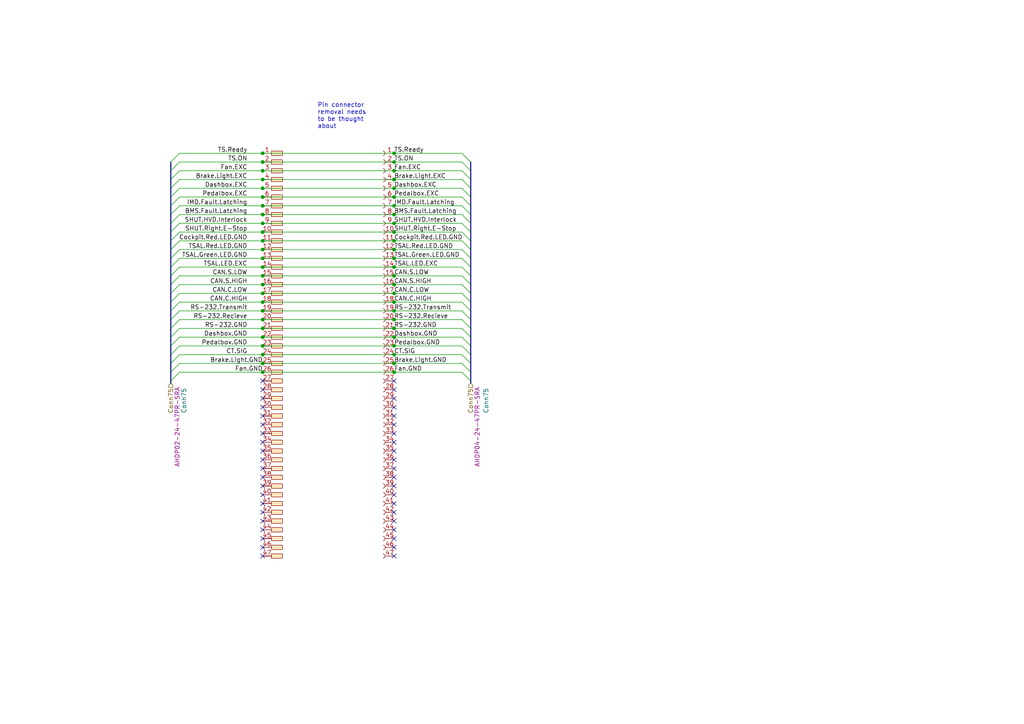
<source format=kicad_sch>
(kicad_sch (version 20230121) (generator eeschema)
  (paper "A4")
  (title_block (title "Firewall") (date "2024-02-11") (rev "1.0.0") (company "SUFST") (comment 1 "Stag X") (comment 2 "Marek Frodyma"))
  (lib_symbols
    (symbol "Connectors_SUFST:AMPHENOL-47P-Pannel"
      (property "Reference" "Conn" (at 0 -1.905 0))
      (property "P/N" "AHDP02-24-47PR-SRA" (at 0 0 0))
      (symbol "AMPHENOL-47P-Pannel_0_1"
        (polyline (pts (xy -0.635 -121.285) (xy 1.905 -121.285)))
        (polyline (pts (xy -0.635 -116.205) (xy 1.905 -116.205)))
        (polyline (pts (xy -0.635 -111.125) (xy 1.905 -111.125)))
        (polyline (pts (xy -0.635 -106.045) (xy 1.905 -106.045)))
        (polyline (pts (xy -0.635 -100.965) (xy 1.905 -100.965)))
        (polyline (pts (xy -0.635 -95.885) (xy 1.905 -95.885)))
        (polyline (pts (xy -0.635 -90.805) (xy 1.905 -90.805)))
        (polyline (pts (xy -0.635 -85.725) (xy 1.905 -85.725)))
        (polyline (pts (xy -0.635 -80.645) (xy 1.905 -80.645)))
        (polyline (pts (xy -0.635 -75.565) (xy 1.905 -75.565)))
        (polyline (pts (xy -0.635 -70.485) (xy 1.905 -70.485)))
        (polyline (pts (xy -0.635 -65.405) (xy 1.905 -65.405)))
        (polyline (pts (xy -0.635 -60.325) (xy 1.905 -60.325)))
        (polyline (pts (xy -0.635 -55.245) (xy 1.905 -55.245)))
        (polyline (pts (xy -0.635 -50.165) (xy 1.905 -50.165)))
        (polyline (pts (xy -0.635 -45.085) (xy 1.905 -45.085)))
        (polyline (pts (xy -0.635 -40.005) (xy 1.905 -40.005)))
        (polyline (pts (xy -0.635 -34.925) (xy 1.905 -34.925)))
        (polyline (pts (xy -0.635 -29.845) (xy 1.905 -29.845)))
        (polyline (pts (xy -0.635 -24.765) (xy 1.905 -24.765)))
        (polyline (pts (xy -0.635 -19.685) (xy 1.905 -19.685)))
        (polyline (pts (xy -0.635 -14.605) (xy 1.905 -14.605)))
        (polyline (pts (xy -0.635 -9.525) (xy 1.905 -9.525)))
        (polyline (pts (xy -0.635 -4.445) (xy 1.905 -4.445)))
      )
      (symbol "AMPHENOL-47P-Pannel_1_1"
        (rectangle (start -3.81 -120.65) (end -0.635 -121.92) (fill (type color) (color 255 229 191 1)))
        (rectangle (start -3.81 -118.11) (end -0.635 -119.38) (fill (type color) (color 255 229 191 1)))
        (rectangle (start -3.81 -115.57) (end -0.635 -116.84) (fill (type color) (color 255 229 191 1)))
        (rectangle (start -3.81 -113.03) (end -0.635 -114.3) (fill (type color) (color 255 229 191 1)))
        (rectangle (start -3.81 -110.49) (end -0.635 -111.76) (fill (type color) (color 255 229 191 1)))
        (rectangle (start -3.81 -107.95) (end -0.635 -109.22) (fill (type color) (color 255 229 191 1)))
        (rectangle (start -3.81 -105.41) (end -0.635 -106.68) (fill (type color) (color 255 229 191 1)))
        (rectangle (start -3.81 -102.87) (end -0.635 -104.14) (fill (type color) (color 255 229 191 1)))
        (rectangle (start -3.81 -100.33) (end -0.635 -101.6) (fill (type color) (color 255 229 191 1)))
        (rectangle (start -3.81 -97.79) (end -0.635 -99.06) (fill (type color) (color 255 229 191 1)))
        (rectangle (start -3.81 -95.25) (end -0.635 -96.52) (fill (type color) (color 255 229 191 1)))
        (rectangle (start -3.81 -92.71) (end -0.635 -93.98) (fill (type color) (color 255 229 191 1)))
        (rectangle (start -3.81 -90.17) (end -0.635 -91.44) (fill (type color) (color 255 229 191 1)))
        (rectangle (start -3.81 -87.63) (end -0.635 -88.9) (fill (type color) (color 255 229 191 1)))
        (rectangle (start -3.81 -85.09) (end -0.635 -86.36) (fill (type color) (color 255 229 191 1)))
        (rectangle (start -3.81 -82.55) (end -0.635 -83.82) (fill (type color) (color 255 229 191 1)))
        (rectangle (start -3.81 -80.01) (end -0.635 -81.28) (fill (type color) (color 255 229 191 1)))
        (rectangle (start -3.81 -77.47) (end -0.635 -78.74) (fill (type color) (color 255 229 191 1)))
        (rectangle (start -3.81 -74.93) (end -0.635 -76.2) (fill (type color) (color 255 229 191 1)))
        (rectangle (start -3.81 -72.39) (end -0.635 -73.66) (fill (type color) (color 255 229 191 1)))
        (rectangle (start -3.81 -69.85) (end -0.635 -71.12) (fill (type color) (color 255 229 191 1)))
        (rectangle (start -3.81 -67.31) (end -0.635 -68.58) (fill (type color) (color 255 229 191 1)))
        (rectangle (start -3.81 -64.77) (end -0.635 -66.04) (fill (type color) (color 255 229 191 1)))
        (rectangle (start -3.81 -62.23) (end -0.635 -63.5) (fill (type color) (color 255 229 191 1)))
        (rectangle (start -3.81 -59.69) (end -0.635 -60.96) (fill (type color) (color 255 229 191 1)))
        (rectangle (start -3.81 -57.15) (end -0.635 -58.42) (fill (type color) (color 255 229 191 1)))
        (rectangle (start -3.81 -54.61) (end -0.635 -55.88) (fill (type color) (color 255 229 191 1)))
        (rectangle (start -3.81 -52.07) (end -0.635 -53.34) (fill (type color) (color 255 229 191 1)))
        (rectangle (start -3.81 -49.53) (end -0.635 -50.8) (fill (type color) (color 255 229 191 1)))
        (rectangle (start -3.81 -46.99) (end -0.635 -48.26) (fill (type color) (color 255 229 191 1)))
        (rectangle (start -3.81 -44.45) (end -0.635 -45.72) (fill (type color) (color 255 229 191 1)))
        (rectangle (start -3.81 -41.91) (end -0.635 -43.18) (fill (type color) (color 255 229 191 1)))
        (rectangle (start -3.81 -39.37) (end -0.635 -40.64) (fill (type color) (color 255 229 191 1)))
        (rectangle (start -3.81 -36.83) (end -0.635 -38.1) (fill (type color) (color 255 229 191 1)))
        (rectangle (start -3.81 -34.29) (end -0.635 -35.56) (fill (type color) (color 255 229 191 1)))
        (rectangle (start -3.81 -31.75) (end -0.635 -33.02) (fill (type color) (color 255 229 191 1)))
        (rectangle (start -3.81 -29.21) (end -0.635 -30.48) (fill (type color) (color 255 229 191 1)))
        (rectangle (start -3.81 -26.67) (end -0.635 -27.94) (fill (type color) (color 255 229 191 1)))
        (rectangle (start -3.81 -24.13) (end -0.635 -25.4) (fill (type color) (color 255 229 191 1)))
        (rectangle (start -3.81 -21.59) (end -0.635 -22.86) (fill (type color) (color 255 229 191 1)))
        (rectangle (start -3.81 -19.05) (end -0.635 -20.32) (fill (type color) (color 255 229 191 1)))
        (rectangle (start -3.81 -16.51) (end -0.635 -17.78) (fill (type color) (color 255 229 191 1)))
        (rectangle (start -3.81 -13.97) (end -0.635 -15.24) (fill (type color) (color 255 229 191 1)))
        (rectangle (start -3.81 -11.43) (end -0.635 -12.7) (fill (type color) (color 255 229 191 1)))
        (rectangle (start -3.81 -8.89) (end -0.635 -10.16) (fill (type color) (color 255 229 191 1)))
        (rectangle (start -3.81 -6.35) (end -0.635 -7.62) (fill (type color) (color 255 229 191 1)))
        (rectangle (start -3.81 -3.81) (end -0.635 -5.08) (fill (type color) (color 255 229 191 1)))
        (pin input line (at 1.905 -4.445 180) (length 2.54) (name "") (number "1"))
        (pin input line (at 1.905 -27.305 180) (length 2.54) (name "") (number "10"))
        (pin input line (at 1.905 -29.845 180) (length 2.54) (name "") (number "11"))
        (pin input line (at 1.905 -32.385 180) (length 2.54) (name "") (number "12"))
        (pin input line (at 1.905 -34.925 180) (length 2.54) (name "") (number "13"))
        (pin input line (at 1.905 -37.465 180) (length 2.54) (name "") (number "14"))
        (pin input line (at 1.905 -40.005 180) (length 2.54) (name "") (number "15"))
        (pin input line (at 1.905 -42.545 180) (length 2.54) (name "") (number "16"))
        (pin input line (at 1.905 -45.085 180) (length 2.54) (name "") (number "17"))
        (pin input line (at 1.905 -47.625 180) (length 2.54) (name "") (number "18"))
        (pin input line (at 1.905 -50.165 180) (length 2.54) (name "") (number "19"))
        (pin input line (at 1.905 -6.985 180) (length 2.54) (name "") (number "2"))
        (pin input line (at 1.905 -52.705 180) (length 2.54) (name "") (number "20"))
        (pin input line (at 1.905 -55.245 180) (length 2.54) (name "") (number "21"))
        (pin input line (at 1.905 -57.785 180) (length 2.54) (name "") (number "22"))
        (pin input line (at 1.905 -60.325 180) (length 2.54) (name "") (number "23"))
        (pin input line (at 1.905 -62.865 180) (length 2.54) (name "") (number "24"))
        (pin input line (at 1.905 -65.405 180) (length 2.54) (name "") (number "25"))
        (pin input line (at 1.905 -67.945 180) (length 2.54) (name "") (number "26"))
        (pin input line (at 1.905 -70.485 180) (length 2.54) (name "") (number "27"))
        (pin input line (at 1.905 -73.025 180) (length 2.54) (name "") (number "28"))
        (pin input line (at 1.905 -75.565 180) (length 2.54) (name "") (number "29"))
        (pin input line (at 1.905 -9.525 180) (length 2.54) (name "") (number "3"))
        (pin input line (at 1.905 -78.105 180) (length 2.54) (name "") (number "30"))
        (pin input line (at 1.905 -80.645 180) (length 2.54) (name "") (number "31"))
        (pin input line (at 1.905 -83.185 180) (length 2.54) (name "") (number "32"))
        (pin input line (at 1.905 -85.725 180) (length 2.54) (name "") (number "33"))
        (pin input line (at 1.905 -88.265 180) (length 2.54) (name "") (number "34"))
        (pin input line (at 1.905 -90.805 180) (length 2.54) (name "") (number "35"))
        (pin input line (at 1.905 -93.345 180) (length 2.54) (name "") (number "36"))
        (pin input line (at 1.905 -95.885 180) (length 2.54) (name "") (number "37"))
        (pin input line (at 1.905 -98.425 180) (length 2.54) (name "") (number "38"))
        (pin input line (at 1.905 -100.965 180) (length 2.54) (name "") (number "39"))
        (pin input line (at 1.905 -12.065 180) (length 2.54) (name "") (number "4"))
        (pin input line (at 1.905 -103.505 180) (length 2.54) (name "") (number "40"))
        (pin input line (at 1.905 -106.045 180) (length 2.54) (name "") (number "41"))
        (pin input line (at 1.905 -108.585 180) (length 2.54) (name "") (number "42"))
        (pin input line (at 1.905 -111.125 180) (length 2.54) (name "") (number "43"))
        (pin input line (at 1.905 -113.665 180) (length 2.54) (name "") (number "44"))
        (pin input line (at 1.905 -116.205 180) (length 2.54) (name "") (number "45"))
        (pin input line (at 1.905 -118.745 180) (length 2.54) (name "") (number "46"))
        (pin input line (at 1.905 -121.285 180) (length 2.54) (name "") (number "47"))
        (pin input line (at 1.905 -14.605 180) (length 2.54) (name "") (number "5"))
        (pin input line (at 1.905 -17.145 180) (length 2.54) (name "") (number "6"))
        (pin input line (at 1.905 -19.685 180) (length 2.54) (name "") (number "7"))
        (pin input line (at 1.905 -22.225 180) (length 2.54) (name "") (number "8"))
        (pin input line (at 1.905 -24.765 180) (length 2.54) (name "") (number "9"))
      )
    )
    (symbol "Connectors_SUFST:AMPHENOL-47P-Recepticle"
      (property "Reference" "Conn" (at 0 0.635 0))
      (property "P/N" "AHDP04-24-47PR-SRA" (at 0 0 0))
      (symbol "AMPHENOL-47P-Recepticle_0_1"
        (arc (start -2.5368 -119.3807) (mid -1.9833 -118.7463) (end -2.5355 -118.1107))
        (arc (start -2.5368 -114.3007) (mid -1.9833 -113.6663) (end -2.5355 -113.0307))
        (arc (start -2.5368 -109.2207) (mid -1.9833 -108.5863) (end -2.5355 -107.9507))
        (arc (start -2.5368 -104.1407) (mid -1.9833 -103.5063) (end -2.5355 -102.8707))
        (arc (start -2.5368 -99.0607) (mid -1.9833 -98.4263) (end -2.5355 -97.7907))
        (arc (start -2.5368 -93.9807) (mid -1.9833 -93.3463) (end -2.5355 -92.7107))
        (arc (start -2.5368 -88.9007) (mid -1.9833 -88.2663) (end -2.5355 -87.6307))
        (arc (start -2.5368 -83.8207) (mid -1.9833 -83.1863) (end -2.5355 -82.5507))
        (arc (start -2.5368 -78.7407) (mid -1.9833 -78.1063) (end -2.5355 -77.4707))
        (arc (start -2.5368 -73.6607) (mid -1.9833 -73.0263) (end -2.5355 -72.3907))
        (arc (start -2.5368 -68.5807) (mid -1.9833 -67.9463) (end -2.5355 -67.3107))
        (arc (start -2.5368 -63.5007) (mid -1.9833 -62.8663) (end -2.5355 -62.2307))
        (arc (start -2.5368 -58.4207) (mid -1.9833 -57.7863) (end -2.5355 -57.1507))
        (arc (start -2.5368 -53.3407) (mid -1.9833 -52.7063) (end -2.5355 -52.0707))
        (arc (start -2.5368 -48.2607) (mid -1.9833 -47.6263) (end -2.5355 -46.9907))
        (arc (start -2.5368 -43.1807) (mid -1.9833 -42.5463) (end -2.5355 -41.9107))
        (arc (start -2.5368 -38.1007) (mid -1.9833 -37.4663) (end -2.5355 -36.8307))
        (arc (start -2.5368 -33.0207) (mid -1.9833 -32.3863) (end -2.5355 -31.7507))
        (arc (start -2.5368 -27.9407) (mid -1.9833 -27.3063) (end -2.5355 -26.6707))
        (arc (start -2.5368 -22.8607) (mid -1.9833 -22.2263) (end -2.5355 -21.5907))
        (arc (start -2.5368 -17.7807) (mid -1.9833 -17.1463) (end -2.5355 -16.5107))
        (arc (start -2.5368 -12.7007) (mid -1.9833 -12.0663) (end -2.5355 -11.4307))
        (arc (start -2.5368 -7.6207) (mid -1.9833 -6.9863) (end -2.5355 -6.3507))
        (arc (start -2.5368 -2.5407) (mid -1.9833 -1.9063) (end -2.5355 -1.2707))
        (arc (start -2.4524 -116.8401) (mid -1.8989 -116.2057) (end -2.4511 -115.5701))
        (arc (start -2.4524 -111.7601) (mid -1.8989 -111.1257) (end -2.4511 -110.4901))
        (arc (start -2.4524 -106.6801) (mid -1.8989 -106.0457) (end -2.4511 -105.4101))
        (arc (start -2.4524 -101.6001) (mid -1.8989 -100.9657) (end -2.4511 -100.3301))
        (arc (start -2.4524 -96.5201) (mid -1.8989 -95.8857) (end -2.4511 -95.2501))
        (arc (start -2.4524 -91.4401) (mid -1.8989 -90.8057) (end -2.4511 -90.1701))
        (arc (start -2.4524 -86.3601) (mid -1.8989 -85.7257) (end -2.4511 -85.0901))
        (arc (start -2.4524 -81.2801) (mid -1.8989 -80.6457) (end -2.4511 -80.0101))
        (arc (start -2.4524 -76.2001) (mid -1.8989 -75.5657) (end -2.4511 -74.9301))
        (arc (start -2.4524 -71.1201) (mid -1.8989 -70.4857) (end -2.4511 -69.8501))
        (arc (start -2.4524 -66.0401) (mid -1.8989 -65.4057) (end -2.4511 -64.7701))
        (arc (start -2.4524 -60.9601) (mid -1.8989 -60.3257) (end -2.4511 -59.6901))
        (arc (start -2.4524 -55.8801) (mid -1.8989 -55.2457) (end -2.4511 -54.6101))
        (arc (start -2.4524 -50.8001) (mid -1.8989 -50.1657) (end -2.4511 -49.5301))
        (arc (start -2.4524 -45.7201) (mid -1.8989 -45.0857) (end -2.4511 -44.4501))
        (arc (start -2.4524 -40.6401) (mid -1.8989 -40.0057) (end -2.4511 -39.3701))
        (arc (start -2.4524 -35.5601) (mid -1.8989 -34.9257) (end -2.4511 -34.2901))
        (arc (start -2.4524 -30.4801) (mid -1.8989 -29.8457) (end -2.4511 -29.2101))
        (arc (start -2.4524 -25.4001) (mid -1.8989 -24.7657) (end -2.4511 -24.1301))
        (arc (start -2.4524 -20.3201) (mid -1.8989 -19.6857) (end -2.4511 -19.0501))
        (arc (start -2.4524 -15.2401) (mid -1.8989 -14.6057) (end -2.4511 -13.9701))
        (arc (start -2.4524 -10.1601) (mid -1.8989 -9.5257) (end -2.4511 -8.8901))
        (arc (start -2.4524 -5.0801) (mid -1.8989 -4.4457) (end -2.4511 -3.8101))
      )
      (symbol "AMPHENOL-47P-Recepticle_1_1"
        (pin input line (at 0.635 -1.905 180) (length 2.54) (name "") (number "1"))
        (pin input line (at 0.635 -24.765 180) (length 2.54) (name "") (number "10"))
        (pin input line (at 0.635 -27.305 180) (length 2.54) (name "") (number "11"))
        (pin input line (at 0.635 -29.845 180) (length 2.54) (name "") (number "12"))
        (pin input line (at 0.635 -32.385 180) (length 2.54) (name "") (number "13"))
        (pin input line (at 0.635 -34.925 180) (length 2.54) (name "") (number "14"))
        (pin input line (at 0.635 -37.465 180) (length 2.54) (name "") (number "15"))
        (pin input line (at 0.635 -40.005 180) (length 2.54) (name "") (number "16"))
        (pin input line (at 0.635 -42.545 180) (length 2.54) (name "") (number "17"))
        (pin input line (at 0.635 -45.085 180) (length 2.54) (name "") (number "18"))
        (pin input line (at 0.635 -47.625 180) (length 2.54) (name "") (number "19"))
        (pin input line (at 0.635 -4.445 180) (length 2.54) (name "") (number "2"))
        (pin input line (at 0.635 -50.165 180) (length 2.54) (name "") (number "20"))
        (pin input line (at 0.635 -52.705 180) (length 2.54) (name "") (number "21"))
        (pin input line (at 0.635 -55.245 180) (length 2.54) (name "") (number "22"))
        (pin input line (at 0.635 -57.785 180) (length 2.54) (name "") (number "23"))
        (pin input line (at 0.635 -60.325 180) (length 2.54) (name "") (number "24"))
        (pin input line (at 0.635 -62.865 180) (length 2.54) (name "") (number "25"))
        (pin input line (at 0.635 -65.405 180) (length 2.54) (name "") (number "26"))
        (pin input line (at 0.635 -67.945 180) (length 2.54) (name "") (number "27"))
        (pin input line (at 0.635 -70.485 180) (length 2.54) (name "") (number "28"))
        (pin input line (at 0.635 -73.025 180) (length 2.54) (name "") (number "29"))
        (pin input line (at 0.635 -6.985 180) (length 2.54) (name "") (number "3"))
        (pin input line (at 0.635 -75.565 180) (length 2.54) (name "") (number "30"))
        (pin input line (at 0.635 -78.105 180) (length 2.54) (name "") (number "31"))
        (pin input line (at 0.635 -80.645 180) (length 2.54) (name "") (number "32"))
        (pin input line (at 0.635 -83.185 180) (length 2.54) (name "") (number "33"))
        (pin input line (at 0.635 -85.725 180) (length 2.54) (name "") (number "34"))
        (pin input line (at 0.635 -88.265 180) (length 2.54) (name "") (number "35"))
        (pin input line (at 0.635 -90.805 180) (length 2.54) (name "") (number "36"))
        (pin input line (at 0.635 -93.345 180) (length 2.54) (name "") (number "37"))
        (pin input line (at 0.635 -95.885 180) (length 2.54) (name "") (number "38"))
        (pin input line (at 0.635 -98.425 180) (length 2.54) (name "") (number "39"))
        (pin input line (at 0.635 -9.525 180) (length 2.54) (name "") (number "4"))
        (pin input line (at 0.635 -100.965 180) (length 2.54) (name "") (number "40"))
        (pin input line (at 0.635 -103.505 180) (length 2.54) (name "") (number "41"))
        (pin input line (at 0.635 -106.045 180) (length 2.54) (name "") (number "42"))
        (pin input line (at 0.635 -108.585 180) (length 2.54) (name "") (number "43"))
        (pin input line (at 0.635 -111.125 180) (length 2.54) (name "") (number "44"))
        (pin input line (at 0.635 -113.665 180) (length 2.54) (name "") (number "45"))
        (pin input line (at 0.635 -116.205 180) (length 2.54) (name "") (number "46"))
        (pin input line (at 0.635 -118.745 180) (length 2.54) (name "") (number "47"))
        (pin input line (at 0.635 -12.065 180) (length 2.54) (name "") (number "5"))
        (pin input line (at 0.635 -14.605 180) (length 2.54) (name "") (number "6"))
        (pin input line (at 0.635 -17.145 180) (length 2.54) (name "") (number "7"))
        (pin input line (at 0.635 -19.685 180) (length 2.54) (name "") (number "8"))
        (pin input line (at 0.635 -22.225 180) (length 2.54) (name "") (number "9"))
      )
    )
  )
  (junction (at 76.2 62.23))
  (junction (at 114.3 90.17))
  (junction (at 114.3 64.77))
  (junction (at 114.3 105.41))
  (junction (at 114.3 54.61))
  (junction (at 76.2 85.09))
  (junction (at 76.2 105.41))
  (junction (at 76.2 87.63))
  (junction (at 76.2 102.87))
  (junction (at 114.3 100.33))
  (junction (at 76.2 100.33))
  (junction (at 114.3 49.53))
  (junction (at 76.2 54.61))
  (junction (at 76.2 57.15))
  (junction (at 76.2 95.25))
  (junction (at 76.2 97.79))
  (junction (at 76.2 59.69))
  (junction (at 76.2 82.55))
  (junction (at 114.3 85.09))
  (junction (at 76.2 74.93))
  (junction (at 76.2 80.01))
  (junction (at 76.2 64.77))
  (junction (at 114.3 87.63))
  (junction (at 76.2 67.31))
  (junction (at 114.3 95.25))
  (junction (at 114.3 69.85))
  (junction (at 76.2 92.71))
  (junction (at 114.3 77.47))
  (junction (at 114.3 107.95))
  (junction (at 114.3 74.93))
  (junction (at 76.2 52.07))
  (junction (at 76.2 44.45))
  (junction (at 76.2 107.95))
  (junction (at 114.3 72.39))
  (junction (at 76.2 46.99))
  (junction (at 114.3 82.55))
  (junction (at 114.3 102.87))
  (junction (at 114.3 92.71))
  (junction (at 114.3 67.31))
  (junction (at 114.3 52.07))
  (junction (at 114.3 44.45))
  (junction (at 114.3 80.01))
  (junction (at 76.2 90.17))
  (junction (at 76.2 72.39))
  (junction (at 114.3 46.99))
  (junction (at 76.2 77.47))
  (junction (at 114.3 62.23))
  (junction (at 76.2 49.53))
  (junction (at 114.3 59.69))
  (junction (at 114.3 57.15))
  (junction (at 76.2 69.85))
  (junction (at 114.3 97.79))
  (no_connect (at 76.2 161.29))
  (no_connect (at 114.3 113.03))
  (no_connect (at 76.2 110.49))
  (no_connect (at 76.2 148.59))
  (no_connect (at 114.3 161.29))
  (no_connect (at 76.2 118.11))
  (no_connect (at 114.3 115.57))
  (no_connect (at 114.3 156.21))
  (no_connect (at 114.3 158.75))
  (no_connect (at 114.3 151.13))
  (no_connect (at 76.2 115.57))
  (no_connect (at 76.2 135.89))
  (no_connect (at 76.2 113.03))
  (no_connect (at 114.3 133.35))
  (no_connect (at 114.3 153.67))
  (no_connect (at 76.2 140.97))
  (no_connect (at 76.2 151.13))
  (no_connect (at 76.2 143.51))
  (no_connect (at 76.2 138.43))
  (no_connect (at 76.2 130.81))
  (no_connect (at 114.3 140.97))
  (no_connect (at 114.3 148.59))
  (no_connect (at 114.3 146.05))
  (no_connect (at 76.2 156.21))
  (no_connect (at 76.2 125.73))
  (no_connect (at 114.3 125.73))
  (no_connect (at 76.2 153.67))
  (no_connect (at 114.3 138.43))
  (no_connect (at 76.2 128.27))
  (no_connect (at 114.3 123.19))
  (no_connect (at 76.2 158.75))
  (no_connect (at 76.2 133.35))
  (no_connect (at 76.2 120.65))
  (no_connect (at 76.2 146.05))
  (no_connect (at 76.2 123.19))
  (no_connect (at 114.3 128.27))
  (no_connect (at 114.3 130.81))
  (no_connect (at 114.3 143.51))
  (no_connect (at 114.3 110.49))
  (no_connect (at 114.3 120.65))
  (no_connect (at 114.3 135.89))
  (no_connect (at 114.3 118.11))
  (bus_entry (at 133.985 67.31) (size 2.54 2.54))
  (bus_entry (at 52.07 100.33) (size -2.54 2.54))
  (bus_entry (at 133.985 64.77) (size 2.54 2.54))
  (bus_entry (at 133.985 72.39) (size 2.54 2.54))
  (bus_entry (at 133.985 44.45) (size 2.54 2.54))
  (bus_entry (at 133.985 59.69) (size 2.54 2.54))
  (bus_entry (at 133.985 85.09) (size 2.54 2.54))
  (bus_entry (at 133.985 105.41) (size 2.54 2.54))
  (bus_entry (at 52.07 107.95) (size -2.54 2.54))
  (bus_entry (at 133.985 69.85) (size 2.54 2.54))
  (bus_entry (at 133.985 102.87) (size 2.54 2.54))
  (bus_entry (at 133.985 97.79) (size 2.54 2.54))
  (bus_entry (at 133.985 92.71) (size 2.54 2.54))
  (bus_entry (at 133.985 52.07) (size 2.54 2.54))
  (bus_entry (at 133.985 107.95) (size 2.54 2.54))
  (bus_entry (at 133.985 77.47) (size 2.54 2.54))
  (bus_entry (at 52.07 92.71) (size -2.54 2.54))
  (bus_entry (at 133.985 62.23) (size 2.54 2.54))
  (bus_entry (at 52.07 59.69) (size -2.54 2.54))
  (bus_entry (at 52.07 85.09) (size -2.54 2.54))
  (bus_entry (at 52.07 87.63) (size -2.54 2.54))
  (bus_entry (at 52.07 82.55) (size -2.54 2.54))
  (bus_entry (at 133.985 100.33) (size 2.54 2.54))
  (bus_entry (at 52.07 90.17) (size -2.54 2.54))
  (bus_entry (at 136.525 59.69) (size -2.54 -2.54))
  (bus_entry (at 133.985 49.53) (size 2.54 2.54))
  (bus_entry (at 133.985 46.99) (size 2.54 2.54))
  (bus_entry (at 52.07 44.45) (size -2.54 2.54))
  (bus_entry (at 52.07 72.39) (size -2.54 2.54))
  (bus_entry (at 52.07 77.47) (size -2.54 2.54))
  (bus_entry (at 52.07 49.53) (size -2.54 2.54))
  (bus_entry (at 133.985 87.63) (size 2.54 2.54))
  (bus_entry (at 133.985 54.61) (size 2.54 2.54))
  (bus_entry (at 52.07 67.31) (size -2.54 2.54))
  (bus_entry (at 133.985 80.01) (size 2.54 2.54))
  (bus_entry (at 52.07 62.23) (size -2.54 2.54))
  (bus_entry (at 133.985 74.93) (size 2.54 2.54))
  (bus_entry (at 52.07 69.85) (size -2.54 2.54))
  (bus_entry (at 52.07 74.93) (size -2.54 2.54))
  (bus_entry (at 52.07 102.87) (size -2.54 2.54))
  (bus_entry (at 133.985 95.25) (size 2.54 2.54))
  (bus_entry (at 52.07 95.25) (size -2.54 2.54))
  (bus_entry (at 133.985 82.55) (size 2.54 2.54))
  (bus_entry (at 52.07 46.99) (size -2.54 2.54))
  (bus_entry (at 52.07 97.79) (size -2.54 2.54))
  (bus_entry (at 133.985 90.17) (size 2.54 2.54))
  (bus_entry (at 52.07 52.07) (size -2.54 2.54))
  (bus_entry (at 52.07 105.41) (size -2.54 2.54))
  (bus_entry (at 49.53 59.69) (size 2.54 -2.54))
  (bus_entry (at 52.07 80.01) (size -2.54 2.54))
  (bus_entry (at 52.07 54.61) (size -2.54 2.54))
  (bus_entry (at 52.07 64.77) (size -2.54 2.54))
  (wire (pts (xy 52.07 85.09) (xy 76.2 85.09)))
  (bus (pts (xy 136.525 100.33) (xy 136.525 102.87)))
  (wire (pts (xy 76.2 64.77) (xy 114.3 64.77)))
  (bus (pts (xy 136.525 77.47) (xy 136.525 80.01)))
  (bus (pts (xy 49.53 107.95) (xy 49.53 110.49)))
  (wire (pts (xy 52.07 107.95) (xy 76.2 107.95)))
  (wire (pts (xy 76.2 57.15) (xy 114.3 57.15)))
  (wire (pts (xy 76.2 97.79) (xy 114.3 97.79)))
  (bus (pts (xy 136.525 87.63) (xy 136.525 90.17)))
  (wire (pts (xy 76.2 49.53) (xy 114.3 49.53)))
  (wire (pts (xy 76.2 54.61) (xy 114.3 54.61)))
  (wire (pts (xy 52.07 77.47) (xy 76.2 77.47)))
  (wire (pts (xy 52.07 90.17) (xy 76.2 90.17)))
  (wire (pts (xy 76.2 85.09) (xy 114.3 85.09)))
  (bus (pts (xy 49.53 59.69) (xy 49.53 62.23)))
  (wire (pts (xy 76.2 67.31) (xy 114.3 67.31)))
  (bus (pts (xy 136.525 80.01) (xy 136.525 82.55)))
  (bus (pts (xy 136.525 92.71) (xy 136.525 95.25)))
  (wire (pts (xy 76.2 105.41) (xy 114.3 105.41)))
  (wire (pts (xy 114.3 62.23) (xy 133.985 62.23)))
  (wire (pts (xy 114.3 74.93) (xy 133.985 74.93)))
  (wire (pts (xy 52.07 64.77) (xy 76.2 64.77)))
  (wire (pts (xy 52.07 46.99) (xy 76.2 46.99)))
  (wire (pts (xy 114.3 100.33) (xy 133.985 100.33)))
  (wire (pts (xy 76.2 72.39) (xy 114.3 72.39)))
  (bus (pts (xy 136.525 105.41) (xy 136.525 107.95)))
  (wire (pts (xy 76.2 77.47) (xy 114.3 77.47)))
  (wire (pts (xy 114.3 52.07) (xy 133.985 52.07)))
  (bus (pts (xy 49.53 102.87) (xy 49.53 105.41)))
  (bus (pts (xy 49.53 90.17) (xy 49.53 92.71)))
  (wire (pts (xy 52.07 87.63) (xy 76.2 87.63)))
  (wire (pts (xy 52.07 95.25) (xy 76.2 95.25)))
  (bus (pts (xy 49.53 97.79) (xy 49.53 100.33)))
  (wire (pts (xy 114.3 72.39) (xy 133.985 72.39)))
  (wire (pts (xy 114.3 67.31) (xy 133.985 67.31)))
  (wire (pts (xy 52.07 69.85) (xy 76.2 69.85)))
  (wire (pts (xy 114.3 87.63) (xy 133.985 87.63)))
  (wire (pts (xy 76.2 102.87) (xy 114.3 102.87)))
  (bus (pts (xy 49.53 95.25) (xy 49.53 97.79)))
  (bus (pts (xy 136.525 57.15) (xy 136.525 59.69)))
  (wire (pts (xy 114.3 59.69) (xy 133.985 59.69)))
  (wire (pts (xy 76.2 82.55) (xy 114.3 82.55)))
  (wire (pts (xy 52.07 74.93) (xy 76.2 74.93)))
  (wire (pts (xy 52.07 49.53) (xy 76.2 49.53)))
  (wire (pts (xy 76.2 80.01) (xy 114.3 80.01)))
  (bus (pts (xy 136.525 82.55) (xy 136.525 85.09)))
  (wire (pts (xy 114.3 54.61) (xy 133.985 54.61)))
  (bus (pts (xy 49.53 64.77) (xy 49.53 67.31)))
  (bus (pts (xy 49.53 110.49) (xy 49.53 111.125)))
  (bus (pts (xy 49.53 105.41) (xy 49.53 107.95)))
  (wire (pts (xy 52.07 92.71) (xy 76.2 92.71)))
  (wire (pts (xy 52.07 102.87) (xy 76.2 102.87)))
  (bus (pts (xy 49.53 49.53) (xy 49.53 52.07)))
  (wire (pts (xy 52.07 57.15) (xy 76.2 57.15)))
  (wire (pts (xy 114.3 80.01) (xy 133.985 80.01)))
  (bus (pts (xy 136.525 97.79) (xy 136.525 100.33)))
  (bus (pts (xy 49.53 54.61) (xy 49.53 57.15)))
  (wire (pts (xy 76.2 44.45) (xy 114.3 44.45)))
  (bus (pts (xy 136.525 102.87) (xy 136.525 105.41)))
  (wire (pts (xy 114.3 92.71) (xy 133.985 92.71)))
  (wire (pts (xy 133.985 107.95) (xy 114.3 107.95)))
  (bus (pts (xy 136.525 62.23) (xy 136.525 64.77)))
  (wire (pts (xy 52.07 44.45) (xy 76.2 44.45)))
  (bus (pts (xy 136.525 52.07) (xy 136.525 54.61)))
  (bus (pts (xy 49.53 57.15) (xy 49.53 59.69)))
  (bus (pts (xy 136.525 64.77) (xy 136.525 67.31)))
  (wire (pts (xy 76.2 59.69) (xy 114.3 59.69)))
  (bus (pts (xy 49.53 80.01) (xy 49.53 82.55)))
  (bus (pts (xy 49.53 62.23) (xy 49.53 64.77)))
  (wire (pts (xy 114.3 64.77) (xy 133.985 64.77)))
  (bus (pts (xy 49.53 52.07) (xy 49.53 54.61)))
  (wire (pts (xy 76.2 100.33) (xy 114.3 100.33)))
  (wire (pts (xy 52.07 54.61) (xy 76.2 54.61)))
  (bus (pts (xy 136.525 72.39) (xy 136.525 74.93)))
  (bus (pts (xy 136.525 95.25) (xy 136.525 97.79)))
  (bus (pts (xy 49.53 77.47) (xy 49.53 80.01)))
  (bus (pts (xy 136.525 107.95) (xy 136.525 110.49)))
  (wire (pts (xy 114.3 95.25) (xy 133.985 95.25)))
  (wire (pts (xy 76.2 92.71) (xy 114.3 92.71)))
  (bus (pts (xy 136.525 54.61) (xy 136.525 57.15)))
  (wire (pts (xy 52.07 100.33) (xy 76.2 100.33)))
  (bus (pts (xy 49.53 46.99) (xy 49.53 49.53)))
  (bus (pts (xy 136.525 85.09) (xy 136.525 87.63)))
  (wire (pts (xy 114.3 46.99) (xy 133.985 46.99)))
  (bus (pts (xy 49.53 69.85) (xy 49.53 72.39)))
  (wire (pts (xy 114.3 49.53) (xy 133.985 49.53)))
  (wire (pts (xy 52.07 59.69) (xy 76.2 59.69)))
  (wire (pts (xy 76.2 52.07) (xy 114.3 52.07)))
  (wire (pts (xy 76.2 69.85) (xy 114.3 69.85)))
  (bus (pts (xy 136.525 59.69) (xy 136.525 62.23)))
  (wire (pts (xy 114.3 44.45) (xy 133.985 44.45)))
  (bus (pts (xy 49.53 92.71) (xy 49.53 95.25)))
  (wire (pts (xy 114.3 57.15) (xy 133.985 57.15)))
  (wire (pts (xy 52.07 62.23) (xy 76.2 62.23)))
  (wire (pts (xy 52.07 52.07) (xy 76.2 52.07)))
  (wire (pts (xy 76.2 74.93) (xy 114.3 74.93)))
  (bus (pts (xy 49.53 100.33) (xy 49.53 102.87)))
  (bus (pts (xy 136.525 69.85) (xy 136.525 72.39)))
  (wire (pts (xy 76.2 46.99) (xy 114.3 46.99)))
  (wire (pts (xy 114.3 82.55) (xy 133.985 82.55)))
  (wire (pts (xy 114.3 90.17) (xy 133.985 90.17)))
  (wire (pts (xy 52.07 80.01) (xy 76.2 80.01)))
  (wire (pts (xy 76.2 90.17) (xy 114.3 90.17)))
  (wire (pts (xy 114.3 85.09) (xy 133.985 85.09)))
  (bus (pts (xy 49.53 87.63) (xy 49.53 90.17)))
  (wire (pts (xy 52.07 67.31) (xy 76.2 67.31)))
  (bus (pts (xy 136.525 67.31) (xy 136.525 69.85)))
  (wire (pts (xy 76.2 95.25) (xy 114.3 95.25)))
  (wire (pts (xy 114.3 97.79) (xy 133.985 97.79)))
  (wire (pts (xy 114.3 69.85) (xy 133.985 69.85)))
  (bus (pts (xy 49.53 85.09) (xy 49.53 87.63)))
  (wire (pts (xy 76.2 87.63) (xy 114.3 87.63)))
  (wire (pts (xy 52.07 72.39) (xy 76.2 72.39)))
  (wire (pts (xy 114.3 77.47) (xy 133.985 77.47)))
  (wire (pts (xy 133.985 105.41) (xy 114.3 105.41)))
  (bus (pts (xy 49.53 67.31) (xy 49.53 69.85)))
  (wire (pts (xy 52.07 105.41) (xy 76.2 105.41)))
  (wire (pts (xy 114.3 102.87) (xy 133.985 102.87)))
  (bus (pts (xy 49.53 74.93) (xy 49.53 77.47)))
  (bus (pts (xy 136.525 46.99) (xy 136.525 49.53)))
  (wire (pts (xy 76.2 62.23) (xy 114.3 62.23)))
  (wire (pts (xy 52.07 97.79) (xy 76.2 97.79)))
  (wire (pts (xy 52.07 82.55) (xy 76.2 82.55)))
  (bus (pts (xy 136.525 49.53) (xy 136.525 52.07)))
  (wire (pts (xy 76.2 107.95) (xy 114.3 107.95)))
  (bus (pts (xy 136.525 90.17) (xy 136.525 92.71)))
  (bus (pts (xy 136.525 110.49) (xy 136.525 111.125)))
  (bus (pts (xy 49.53 72.39) (xy 49.53 74.93)))
  (bus (pts (xy 49.53 82.55) (xy 49.53 85.09)))
  (bus (pts (xy 136.525 74.93) (xy 136.525 77.47)))
  (text "Pin connector\nremoval needs\nto be thought\nabout" (at 92.075 37.465 0) (effects (font (size 1.27 1.27)) (justify left bottom)))
  (label "Fan.EXC" (at 71.755 49.53 180))
  (label "Pedalbox.EXC" (at 114.3 57.15 0))
  (label "CT.SIG" (at 71.755 102.87 180))
  (label "CAN.S.LOW" (at 114.3 80.01 0))
  (label "TS.ON" (at 71.755 46.99 180))
  (label "IMD.Fault.Latching" (at 71.755 59.69 180))
  (label "Dashbox.EXC" (at 71.755 54.61 180))
  (label "TS.Ready" (at 71.755 44.45 180))
  (label "Brake.Light.GND" (at 76.2 105.41 180))
  (label "TSAL.Red.LED.GND" (at 114.3 72.39 0))
  (label "CAN.S.LOW" (at 71.755 80.01 180))
  (label "CAN.S.HIGH" (at 71.755 82.55 180))
  (label "Cockpit.Red.LED.GND" (at 71.755 69.85 180))
  (label "TS.ON" (at 114.3 46.99 0))
  (label "Cockpit.Red.LED.GND" (at 114.3 69.85 0))
  (label "Fan.GND" (at 114.3 107.95 0))
  (label "SHUT.HVD.Interlock" (at 114.3 64.77 0))
  (label "Pedalbox.GND" (at 114.3 100.33 0))
  (label "Brake.Light.EXC" (at 71.755 52.07 180))
  (label "TSAL.Green.LED.GND" (at 114.3 74.93 0))
  (label "RS-232.GND" (at 114.3 95.25 0))
  (label "IMD.Fault.Latching" (at 114.3 59.69 0))
  (label "Pedalbox.GND" (at 71.755 100.33 180))
  (label "CAN.C.LOW" (at 114.3 85.09 0))
  (label "CAN.C.HIGH" (at 71.755 87.63 180))
  (label "BMS.Fault.Latching" (at 71.755 62.23 180))
  (label "Pedalbox.EXC" (at 71.755 57.15 180))
  (label "BMS.Fault.Latching" (at 114.3 62.23 0))
  (label "CAN.C.LOW" (at 71.755 85.09 180))
  (label "TSAL.Red.LED.GND" (at 71.755 72.39 180))
  (label "SHUT.HVD.Interlock" (at 71.755 64.77 180))
  (label "TSAL.Green.LED.GND" (at 71.755 74.93 180))
  (label "Brake.Light.EXC" (at 114.3 52.07 0))
  (label "CAN.C.HIGH" (at 114.3 87.63 0))
  (label "Fan.EXC" (at 114.3 49.53 0))
  (label "SHUT.Right.E-Stop" (at 71.755 67.31 180))
  (label "RS-232.Transmit" (at 71.755 90.17 180))
  (label "Dashbox.GND" (at 71.755 97.79 180))
  (label "RS-232.GND" (at 71.755 95.25 180))
  (label "SHUT.Right.E-Stop" (at 114.3 67.31 0))
  (label "Fan.GND" (at 76.2 107.95 180))
  (label "TSAL.LED.EXC" (at 114.3 77.47 0))
  (label "CT.SIG" (at 114.3 102.87 0))
  (label "RS-232.Recieve" (at 71.755 92.71 180))
  (label "Brake.Light.GND" (at 114.3 105.41 0))
  (label "RS-232.Transmit" (at 114.3 90.17 0))
  (label "Dashbox.EXC" (at 114.3 54.61 0))
  (label "Dashbox.GND" (at 114.3 97.79 0))
  (label "TSAL.LED.EXC" (at 71.755 77.47 180))
  (label "CAN.S.HIGH" (at 114.3 82.55 0))
  (label "TS.Ready" (at 114.3 44.45 0))
  (label "RS-232.Recieve" (at 114.3 92.71 0))
  (hierarchical_label "Conn75" (shape input) (at 49.53 111.125 270))
  (hierarchical_label "Conn75" (shape input) (at 136.525 111.125 270))
  (symbol (lib_id "Connectors_SUFST:AMPHENOL-47P-Recepticle") (at 113.665 42.545 0) (unit 1)
    (property "Reference" "Conn75" (at 140.97 116.205 90))
    (property "Value" "AMPHENOL-47P-Recepticle" (effects hide))
    (property "P/N" "AHDP04-24-47PR-SRA" (at 138.43 123.825 90))
  )
  (symbol (lib_id "Connectors_SUFST:AMPHENOL-47P-Pannel") (at 78.105 40.005 0) (mirror y) (unit 1)
    (property "Reference" "Conn75" (at 53.34 116.205 90))
    (property "Value" "AMPHENOL-47P-Pannel" (effects hide))
    (property "P/N" "AHDP02-24-47PR-SRA" (at 51.435 123.825 90))
  )
)
</source>
